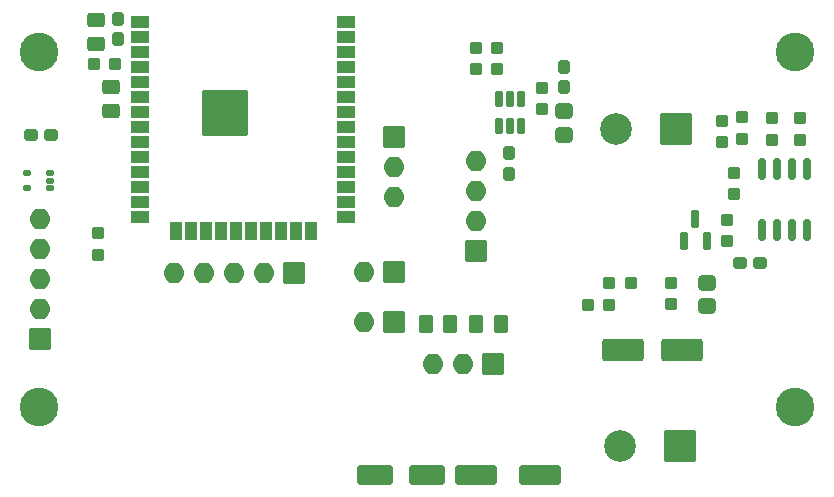
<source format=gts>
G04 #@! TF.GenerationSoftware,KiCad,Pcbnew,8.0.4*
G04 #@! TF.CreationDate,2024-08-24T09:35:19+02:00*
G04 #@! TF.ProjectId,letitrain,6c657469-7472-4616-996e-2e6b69636164,rev?*
G04 #@! TF.SameCoordinates,Original*
G04 #@! TF.FileFunction,Soldermask,Top*
G04 #@! TF.FilePolarity,Negative*
%FSLAX46Y46*%
G04 Gerber Fmt 4.6, Leading zero omitted, Abs format (unit mm)*
G04 Created by KiCad (PCBNEW 8.0.4) date 2024-08-24 09:35:19*
%MOMM*%
%LPD*%
G01*
G04 APERTURE LIST*
G04 Aperture macros list*
%AMRoundRect*
0 Rectangle with rounded corners*
0 $1 Rounding radius*
0 $2 $3 $4 $5 $6 $7 $8 $9 X,Y pos of 4 corners*
0 Add a 4 corners polygon primitive as box body*
4,1,4,$2,$3,$4,$5,$6,$7,$8,$9,$2,$3,0*
0 Add four circle primitives for the rounded corners*
1,1,$1+$1,$2,$3*
1,1,$1+$1,$4,$5*
1,1,$1+$1,$6,$7*
1,1,$1+$1,$8,$9*
0 Add four rect primitives between the rounded corners*
20,1,$1+$1,$2,$3,$4,$5,0*
20,1,$1+$1,$4,$5,$6,$7,0*
20,1,$1+$1,$6,$7,$8,$9,0*
20,1,$1+$1,$8,$9,$2,$3,0*%
G04 Aperture macros list end*
%ADD10RoundRect,0.256500X0.269000X0.256500X-0.269000X0.256500X-0.269000X-0.256500X0.269000X-0.256500X0*%
%ADD11RoundRect,0.038000X1.300000X1.300000X-1.300000X1.300000X-1.300000X-1.300000X1.300000X-1.300000X0*%
%ADD12C,2.676000*%
%ADD13RoundRect,0.038000X-0.850000X0.850000X-0.850000X-0.850000X0.850000X-0.850000X0.850000X0.850000X0*%
%ADD14O,1.776000X1.776000*%
%ADD15C,3.276000*%
%ADD16RoundRect,0.256500X-0.256500X0.269000X-0.256500X-0.269000X0.256500X-0.269000X0.256500X0.269000X0*%
%ADD17RoundRect,0.169000X-0.169000X0.531500X-0.169000X-0.531500X0.169000X-0.531500X0.169000X0.531500X0*%
%ADD18RoundRect,0.256500X0.256500X-0.269000X0.256500X0.269000X-0.256500X0.269000X-0.256500X-0.269000X0*%
%ADD19RoundRect,0.038000X-0.750000X-0.450000X0.750000X-0.450000X0.750000X0.450000X-0.750000X0.450000X0*%
%ADD20RoundRect,0.038000X0.450000X-0.750000X0.450000X0.750000X-0.450000X0.750000X-0.450000X-0.750000X0*%
%ADD21C,0.676000*%
%ADD22RoundRect,0.038000X-1.900000X-1.900000X1.900000X-1.900000X1.900000X1.900000X-1.900000X1.900000X0*%
%ADD23RoundRect,0.266170X0.359330X0.496830X-0.359330X0.496830X-0.359330X-0.496830X0.359330X-0.496830X0*%
%ADD24RoundRect,0.265833X-0.472167X0.372167X-0.472167X-0.372167X0.472167X-0.372167X0.472167X0.372167X0*%
%ADD25RoundRect,0.038000X-0.850000X-0.850000X0.850000X-0.850000X0.850000X0.850000X-0.850000X0.850000X0*%
%ADD26RoundRect,0.266170X-0.496830X0.359330X-0.496830X-0.359330X0.496830X-0.359330X0.496830X0.359330X0*%
%ADD27RoundRect,0.038000X0.850000X0.850000X-0.850000X0.850000X-0.850000X-0.850000X0.850000X-0.850000X0*%
%ADD28RoundRect,0.260556X-1.527444X-0.677444X1.527444X-0.677444X1.527444X0.677444X-1.527444X0.677444X0*%
%ADD29RoundRect,0.256500X-0.319000X-0.256500X0.319000X-0.256500X0.319000X0.256500X-0.319000X0.256500X0*%
%ADD30RoundRect,0.261875X1.526125X0.576125X-1.526125X0.576125X-1.526125X-0.576125X1.526125X-0.576125X0*%
%ADD31RoundRect,0.169000X-0.169000X0.744000X-0.169000X-0.744000X0.169000X-0.744000X0.169000X0.744000X0*%
%ADD32RoundRect,0.265833X0.472167X-0.372167X0.472167X0.372167X-0.472167X0.372167X-0.472167X-0.372167X0*%
%ADD33RoundRect,0.169000X0.169000X-0.606500X0.169000X0.606500X-0.169000X0.606500X-0.169000X-0.606500X0*%
%ADD34RoundRect,0.256500X0.319000X0.256500X-0.319000X0.256500X-0.319000X-0.256500X0.319000X-0.256500X0*%
%ADD35RoundRect,0.256500X-0.269000X-0.256500X0.269000X-0.256500X0.269000X0.256500X-0.269000X0.256500X0*%
%ADD36RoundRect,0.261875X-1.276125X-0.576125X1.276125X-0.576125X1.276125X0.576125X-1.276125X0.576125X0*%
%ADD37RoundRect,0.266170X0.496830X-0.359330X0.496830X0.359330X-0.496830X0.359330X-0.496830X-0.359330X0*%
%ADD38RoundRect,0.266170X-0.359330X-0.496830X0.359330X-0.496830X0.359330X0.496830X-0.359330X0.496830X0*%
%ADD39RoundRect,0.256500X-0.256500X0.319000X-0.256500X-0.319000X0.256500X-0.319000X0.256500X0.319000X0*%
%ADD40RoundRect,0.256500X0.256500X-0.319000X0.256500X0.319000X-0.256500X0.319000X-0.256500X-0.319000X0*%
%ADD41RoundRect,0.119000X0.244000X0.119000X-0.244000X0.119000X-0.244000X-0.119000X0.244000X-0.119000X0*%
G04 APERTURE END LIST*
D10*
X41425000Y-43015000D03*
X39600000Y-43015000D03*
D11*
X88880000Y-48500000D03*
D12*
X83800000Y-48500000D03*
D13*
X65010000Y-64800000D03*
D14*
X62470000Y-64800000D03*
D15*
X35000000Y-72000000D03*
D16*
X88500000Y-61500000D03*
X88500000Y-63325000D03*
X93800000Y-52175000D03*
X93800000Y-54000000D03*
X92800000Y-47800000D03*
X92800000Y-49625000D03*
D17*
X75800000Y-45925000D03*
X74850000Y-45925000D03*
X73900000Y-45925000D03*
X73900000Y-48200000D03*
X74850000Y-48200000D03*
X75800000Y-48200000D03*
D18*
X40000000Y-59112500D03*
X40000000Y-57287500D03*
D19*
X43500000Y-39400000D03*
X43500000Y-40670000D03*
X43500000Y-41940000D03*
X43500000Y-43210000D03*
X43500000Y-44480000D03*
X43500000Y-45750000D03*
X43500000Y-47020000D03*
X43500000Y-48290000D03*
X43500000Y-49560000D03*
X43500000Y-50830000D03*
X43500000Y-52100000D03*
X43500000Y-53370000D03*
X43500000Y-54640000D03*
X43500000Y-55910000D03*
D20*
X46540000Y-57160000D03*
X47810000Y-57160000D03*
X49080000Y-57160000D03*
X50350000Y-57160000D03*
X51620000Y-57160000D03*
X52890000Y-57160000D03*
X54160000Y-57160000D03*
X55430000Y-57160000D03*
X56700000Y-57160000D03*
X57970000Y-57160000D03*
D19*
X61000000Y-55910000D03*
X61000000Y-54640000D03*
X61000000Y-53370000D03*
X61000000Y-52100000D03*
X61000000Y-50830000D03*
X61000000Y-49560000D03*
X61000000Y-48290000D03*
X61000000Y-47020000D03*
X61000000Y-45750000D03*
X61000000Y-44480000D03*
X61000000Y-43210000D03*
X61000000Y-41940000D03*
X61000000Y-40670000D03*
X61000000Y-39400000D03*
D21*
X49350000Y-46420000D03*
X49350000Y-47820000D03*
X50050000Y-45720000D03*
X50050000Y-47120000D03*
X50050000Y-48520000D03*
X50725000Y-46420000D03*
X50725000Y-47820000D03*
D22*
X50750000Y-47120000D03*
D21*
X51450000Y-45720000D03*
X51450000Y-47120000D03*
X51450000Y-48520000D03*
X52150000Y-46420000D03*
X52150000Y-47820000D03*
D23*
X74075000Y-65000000D03*
X72000000Y-65000000D03*
D24*
X79400000Y-47000000D03*
X79400000Y-49000000D03*
D25*
X65000000Y-49160000D03*
D14*
X65000000Y-51700000D03*
X65000000Y-54240000D03*
D15*
X99000000Y-42000000D03*
D10*
X73800000Y-41600000D03*
X71975000Y-41600000D03*
D13*
X56600000Y-60640000D03*
D14*
X54060000Y-60640000D03*
X51520000Y-60640000D03*
X48980000Y-60640000D03*
X46440000Y-60640000D03*
D26*
X41075000Y-44902500D03*
X41075000Y-46977500D03*
D27*
X72000000Y-58800000D03*
D14*
X72000000Y-56260000D03*
X72000000Y-53720000D03*
X72000000Y-51180000D03*
D28*
X84400000Y-67200000D03*
X89400000Y-67200000D03*
D11*
X89250000Y-75300000D03*
D12*
X84170000Y-75300000D03*
D16*
X77600000Y-44975000D03*
X77600000Y-46800000D03*
D10*
X73800000Y-43400000D03*
X71975000Y-43400000D03*
D29*
X34275000Y-49000000D03*
X36000000Y-49000000D03*
D30*
X77400000Y-77800000D03*
X72000000Y-77800000D03*
D31*
X100000000Y-51850000D03*
X98730000Y-51850000D03*
X97460000Y-51850000D03*
X96190000Y-51850000D03*
X96190000Y-57000000D03*
X97460000Y-57000000D03*
X98730000Y-57000000D03*
X100000000Y-57000000D03*
D32*
X91500000Y-63500000D03*
X91500000Y-61500000D03*
D33*
X89600000Y-58000000D03*
X91500000Y-58000000D03*
X90550000Y-56125000D03*
D34*
X96062500Y-59800000D03*
X94337500Y-59800000D03*
D35*
X83250000Y-61500000D03*
X85075000Y-61500000D03*
D36*
X63400000Y-77800000D03*
X67800000Y-77800000D03*
D37*
X39825000Y-41290000D03*
X39825000Y-39215000D03*
D35*
X81425000Y-63400000D03*
X83250000Y-63400000D03*
D38*
X67725000Y-65000000D03*
X69800000Y-65000000D03*
D15*
X35000000Y-42000000D03*
D16*
X97000000Y-47575000D03*
X97000000Y-49400000D03*
D27*
X35050000Y-66300000D03*
D14*
X35050000Y-63760000D03*
X35050000Y-61220000D03*
X35050000Y-58680000D03*
X35050000Y-56140000D03*
D18*
X94500000Y-49325000D03*
X94500000Y-47500000D03*
D16*
X99400000Y-47575000D03*
X99400000Y-49400000D03*
D15*
X99000000Y-72000000D03*
D16*
X93200000Y-56175000D03*
X93200000Y-58000000D03*
D39*
X74800000Y-50537500D03*
X74800000Y-52262500D03*
D40*
X41700000Y-40865000D03*
X41700000Y-39140000D03*
D13*
X65010000Y-60600000D03*
D14*
X62470000Y-60600000D03*
D39*
X79400000Y-43200000D03*
X79400000Y-44925000D03*
D13*
X73400000Y-68400000D03*
D14*
X70860000Y-68400000D03*
X68320000Y-68400000D03*
D41*
X35900000Y-53500000D03*
X35900000Y-52850000D03*
X35900000Y-52200000D03*
X34000000Y-52200000D03*
X34000000Y-53500000D03*
M02*

</source>
